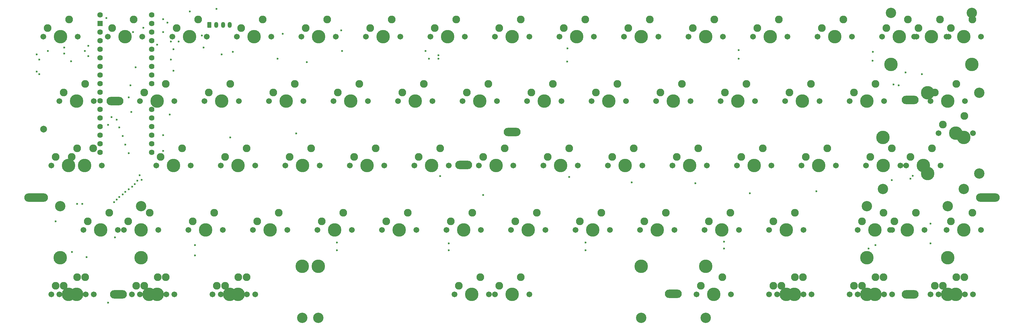
<source format=gbr>
%TF.GenerationSoftware,KiCad,Pcbnew,(6.0.7-1)-1*%
%TF.CreationDate,2022-08-16T21:09:04+02:00*%
%TF.ProjectId,plain60-flex-edition,706c6169-6e36-4302-9d66-6c65782d6564,rev?*%
%TF.SameCoordinates,Original*%
%TF.FileFunction,Soldermask,Top*%
%TF.FilePolarity,Negative*%
%FSLAX46Y46*%
G04 Gerber Fmt 4.6, Leading zero omitted, Abs format (unit mm)*
G04 Created by KiCad (PCBNEW (6.0.7-1)-1) date 2022-08-16 21:09:04*
%MOMM*%
%LPD*%
G01*
G04 APERTURE LIST*
G04 Aperture macros list*
%AMRoundRect*
0 Rectangle with rounded corners*
0 $1 Rounding radius*
0 $2 $3 $4 $5 $6 $7 $8 $9 X,Y pos of 4 corners*
0 Add a 4 corners polygon primitive as box body*
4,1,4,$2,$3,$4,$5,$6,$7,$8,$9,$2,$3,0*
0 Add four circle primitives for the rounded corners*
1,1,$1+$1,$2,$3*
1,1,$1+$1,$4,$5*
1,1,$1+$1,$6,$7*
1,1,$1+$1,$8,$9*
0 Add four rect primitives between the rounded corners*
20,1,$1+$1,$2,$3,$4,$5,0*
20,1,$1+$1,$4,$5,$6,$7,0*
20,1,$1+$1,$6,$7,$8,$9,0*
20,1,$1+$1,$8,$9,$2,$3,0*%
G04 Aperture macros list end*
%ADD10C,1.701800*%
%ADD11C,3.987800*%
%ADD12C,2.286000*%
%ADD13C,3.048000*%
%ADD14O,7.000000X2.500000*%
%ADD15O,5.000000X2.500000*%
%ADD16C,2.000000*%
%ADD17RoundRect,0.250000X-0.350000X-0.625000X0.350000X-0.625000X0.350000X0.625000X-0.350000X0.625000X0*%
%ADD18O,1.200000X1.750000*%
%ADD19C,1.625600*%
%ADD20RoundRect,0.025400X0.736600X0.736600X-0.736600X0.736600X-0.736600X-0.736600X0.736600X-0.736600X0*%
%ADD21C,0.600000*%
G04 APERTURE END LIST*
D10*
%TO.C,K19*%
X71120000Y-28575000D03*
X81280000Y-28575000D03*
D11*
X76200000Y-28575000D03*
D12*
X78740000Y-23495000D03*
X72390000Y-26035000D03*
%TD*%
D10*
%TO.C,K20*%
X90170000Y-28575000D03*
X100330000Y-28575000D03*
D11*
X95250000Y-28575000D03*
D12*
X97790000Y-23495000D03*
X91440000Y-26035000D03*
%TD*%
D10*
%TO.C,K23*%
X157480000Y-28575000D03*
X147320000Y-28575000D03*
D11*
X152400000Y-28575000D03*
D12*
X154940000Y-23495000D03*
X148590000Y-26035000D03*
%TD*%
D11*
%TO.C,K24*%
X171450000Y-28575000D03*
D10*
X176530000Y-28575000D03*
X166370000Y-28575000D03*
D12*
X173990000Y-23495000D03*
X167640000Y-26035000D03*
%TD*%
D11*
%TO.C,K17*%
X38100000Y-28575000D03*
D10*
X33020000Y-28575000D03*
X43180000Y-28575000D03*
D12*
X40640000Y-23495000D03*
X34290000Y-26035000D03*
%TD*%
D10*
%TO.C,K22*%
X128270000Y-28575000D03*
X138430000Y-28575000D03*
D11*
X133350000Y-28575000D03*
D12*
X135890000Y-23495000D03*
X129540000Y-26035000D03*
%TD*%
D11*
%TO.C,K21*%
X114300000Y-28575000D03*
D10*
X109220000Y-28575000D03*
X119380000Y-28575000D03*
D12*
X116840000Y-23495000D03*
X110490000Y-26035000D03*
%TD*%
D10*
%TO.C,K18*%
X52070000Y-28575000D03*
X62230000Y-28575000D03*
D11*
X57150000Y-28575000D03*
D12*
X59690000Y-23495000D03*
X53340000Y-26035000D03*
%TD*%
D11*
%TO.C,K16*%
X14287500Y-28575000D03*
D10*
X9207500Y-28575000D03*
X19367500Y-28575000D03*
D12*
X16827500Y-23495000D03*
X10477500Y-26035000D03*
%TD*%
D13*
%TO.C,K15*%
X254762000Y-2540000D03*
D11*
X266700000Y-9525000D03*
D13*
X278638000Y-2540000D03*
D10*
X261620000Y-9525000D03*
D11*
X278638000Y-17780000D03*
X254762000Y-17780000D03*
D10*
X271780000Y-9525000D03*
D12*
X269240000Y-4445000D03*
X262890000Y-6985000D03*
%TD*%
D10*
%TO.C,K8*%
X147955000Y-9525000D03*
X137795000Y-9525000D03*
D11*
X142875000Y-9525000D03*
D12*
X145415000Y-4445000D03*
X139065000Y-6985000D03*
%TD*%
D10*
%TO.C,K10*%
X186055000Y-9525000D03*
X175895000Y-9525000D03*
D11*
X180975000Y-9525000D03*
D12*
X183515000Y-4445000D03*
X177165000Y-6985000D03*
%TD*%
D11*
%TO.C,K14*%
X257175000Y-9525000D03*
D10*
X252095000Y-9525000D03*
X262255000Y-9525000D03*
D12*
X259715000Y-4445000D03*
X253365000Y-6985000D03*
%TD*%
D10*
%TO.C,K5*%
X80645000Y-9525000D03*
D11*
X85725000Y-9525000D03*
D10*
X90805000Y-9525000D03*
D12*
X88265000Y-4445000D03*
X81915000Y-6985000D03*
%TD*%
D10*
%TO.C,K13*%
X233045000Y-9525000D03*
D11*
X238125000Y-9525000D03*
D10*
X243205000Y-9525000D03*
D12*
X240665000Y-4445000D03*
X234315000Y-6985000D03*
%TD*%
D11*
%TO.C,K12*%
X219075000Y-9525000D03*
D10*
X224155000Y-9525000D03*
X213995000Y-9525000D03*
D12*
X221615000Y-4445000D03*
X215265000Y-6985000D03*
%TD*%
D10*
%TO.C,K11*%
X205105000Y-9525000D03*
D11*
X200025000Y-9525000D03*
D10*
X194945000Y-9525000D03*
D12*
X202565000Y-4445000D03*
X196215000Y-6985000D03*
%TD*%
D10*
%TO.C,K9*%
X167005000Y-9525000D03*
X156845000Y-9525000D03*
D11*
X161925000Y-9525000D03*
D12*
X164465000Y-4445000D03*
X158115000Y-6985000D03*
%TD*%
D10*
%TO.C,K7*%
X128905000Y-9525000D03*
D11*
X123825000Y-9525000D03*
D10*
X118745000Y-9525000D03*
D12*
X126365000Y-4445000D03*
X120015000Y-6985000D03*
%TD*%
D11*
%TO.C,K6*%
X104775000Y-9525000D03*
D10*
X99695000Y-9525000D03*
X109855000Y-9525000D03*
D12*
X107315000Y-4445000D03*
X100965000Y-6985000D03*
%TD*%
D10*
%TO.C,K4*%
X71755000Y-9525000D03*
D11*
X66675000Y-9525000D03*
D10*
X61595000Y-9525000D03*
D12*
X69215000Y-4445000D03*
X62865000Y-6985000D03*
%TD*%
D10*
%TO.C,K2*%
X33655000Y-9525000D03*
X23495000Y-9525000D03*
D11*
X28575000Y-9525000D03*
D12*
X31115000Y-4445000D03*
X24765000Y-6985000D03*
%TD*%
D11*
%TO.C,K1*%
X9525000Y-9525000D03*
D10*
X4445000Y-9525000D03*
X14605000Y-9525000D03*
D12*
X12065000Y-4445000D03*
X5715000Y-6985000D03*
%TD*%
D11*
%TO.C,K3*%
X47625000Y-9525000D03*
D10*
X42545000Y-9525000D03*
X52705000Y-9525000D03*
D12*
X50165000Y-4445000D03*
X43815000Y-6985000D03*
%TD*%
D10*
%TO.C,K62-1*%
X43180000Y-85725000D03*
D11*
X38100000Y-85725000D03*
D10*
X33020000Y-85725000D03*
D12*
X40640000Y-80645000D03*
X34290000Y-83185000D03*
%TD*%
D10*
%TO.C,K71*%
X197326250Y-85725000D03*
D11*
X202406250Y-85725000D03*
D10*
X207486250Y-85725000D03*
D12*
X204946250Y-80645000D03*
X198596250Y-83185000D03*
%TD*%
D10*
%TO.C,K53*%
X152717500Y-66675000D03*
X142557500Y-66675000D03*
D11*
X147637500Y-66675000D03*
D12*
X150177500Y-61595000D03*
X143827500Y-64135000D03*
%TD*%
D10*
%TO.C,K58-1*%
X244951460Y-66675056D03*
X255111460Y-66675056D03*
D11*
X250031460Y-66675056D03*
D12*
X252571460Y-61595056D03*
X246221460Y-64135056D03*
%TD*%
D11*
%TO.C,K57*%
X223837500Y-66675000D03*
D10*
X228917500Y-66675000D03*
X218757500Y-66675000D03*
D12*
X226377500Y-61595000D03*
X220027500Y-64135000D03*
%TD*%
D10*
%TO.C,K54*%
X171767500Y-66675000D03*
D11*
X166687500Y-66675000D03*
D10*
X161607500Y-66675000D03*
D12*
X169227500Y-61595000D03*
X162877500Y-64135000D03*
%TD*%
D10*
%TO.C,K56*%
X209867500Y-66675000D03*
D11*
X204787500Y-66675000D03*
D10*
X199707500Y-66675000D03*
D12*
X207327500Y-61595000D03*
X200977500Y-64135000D03*
%TD*%
D10*
%TO.C,K52*%
X123507500Y-66675000D03*
D11*
X128587500Y-66675000D03*
D10*
X133667500Y-66675000D03*
D12*
X131127500Y-61595000D03*
X124777500Y-64135000D03*
%TD*%
D10*
%TO.C,K55*%
X190817500Y-66675000D03*
D11*
X185737500Y-66675000D03*
D10*
X180657500Y-66675000D03*
D12*
X188277500Y-61595000D03*
X181927500Y-64135000D03*
%TD*%
D10*
%TO.C,K61-1*%
X19367500Y-85725000D03*
X9207500Y-85725000D03*
D11*
X14287500Y-85725000D03*
D12*
X16827500Y-80645000D03*
X10477500Y-83185000D03*
%TD*%
D11*
%TO.C,K15-1*%
X276225000Y-9525000D03*
D10*
X271145000Y-9525000D03*
X281305000Y-9525000D03*
D12*
X278765000Y-4445000D03*
X272415000Y-6985000D03*
%TD*%
D10*
%TO.C,K74*%
X268763750Y-85725072D03*
X278923750Y-85725072D03*
D11*
X273843750Y-85725072D03*
D12*
X276383750Y-80645072D03*
X270033750Y-83185072D03*
%TD*%
D10*
%TO.C,K73*%
X255111250Y-85725000D03*
D11*
X250031250Y-85725000D03*
D10*
X244951250Y-85725000D03*
D12*
X252571250Y-80645000D03*
X246221250Y-83185000D03*
%TD*%
D10*
%TO.C,K28*%
X252730000Y-28575000D03*
X242570000Y-28575000D03*
D11*
X247650000Y-28575000D03*
D12*
X250190000Y-23495000D03*
X243840000Y-26035000D03*
%TD*%
D10*
%TO.C,K48*%
X47307500Y-66675000D03*
D11*
X52387500Y-66675000D03*
D10*
X57467500Y-66675000D03*
D12*
X54927500Y-61595000D03*
X48577500Y-64135000D03*
%TD*%
D10*
%TO.C,K25*%
X195580000Y-28575000D03*
D11*
X190500000Y-28575000D03*
D10*
X185420000Y-28575000D03*
D12*
X193040000Y-23495000D03*
X186690000Y-26035000D03*
%TD*%
D10*
%TO.C,K36*%
X124142500Y-47625000D03*
D11*
X119062500Y-47625000D03*
D10*
X113982500Y-47625000D03*
D12*
X121602500Y-42545000D03*
X115252500Y-45085000D03*
%TD*%
D10*
%TO.C,K33*%
X66992500Y-47625000D03*
X56832500Y-47625000D03*
D11*
X61912500Y-47625000D03*
D12*
X64452500Y-42545000D03*
X58102500Y-45085000D03*
%TD*%
D10*
%TO.C,K63*%
X54451250Y-85725000D03*
X64611250Y-85725000D03*
D11*
X59531250Y-85725000D03*
D12*
X62071250Y-80645000D03*
X55721250Y-83185000D03*
%TD*%
D13*
%TO.C,K44*%
X252380750Y-54610000D03*
D10*
X269398750Y-47625000D03*
D11*
X276256750Y-39370000D03*
D13*
X276256750Y-54610000D03*
D11*
X264318750Y-47625000D03*
D10*
X259238750Y-47625000D03*
D11*
X252380750Y-39370000D03*
D12*
X266858750Y-42545000D03*
X260508750Y-45085000D03*
%TD*%
D10*
%TO.C,K72*%
X231298750Y-85725000D03*
X221138750Y-85725000D03*
D11*
X226218750Y-85725000D03*
D12*
X228758750Y-80645000D03*
X222408750Y-83185000D03*
%TD*%
D10*
%TO.C,K59*%
X271145000Y-66675000D03*
D11*
X276225000Y-66675000D03*
D10*
X281305000Y-66675000D03*
D12*
X278765000Y-61595000D03*
X272415000Y-64135000D03*
%TD*%
D10*
%TO.C,K39*%
X171132500Y-47625000D03*
X181292500Y-47625000D03*
D11*
X176212500Y-47625000D03*
D12*
X178752500Y-42545000D03*
X172402500Y-45085000D03*
%TD*%
D10*
%TO.C,K61*%
X16986250Y-85725000D03*
D11*
X11906250Y-85725000D03*
D10*
X6826250Y-85725000D03*
D12*
X14446250Y-80645000D03*
X8096250Y-83185000D03*
%TD*%
D11*
%TO.C,K29*%
X271462500Y-28575000D03*
D10*
X266382500Y-28575000D03*
X276542500Y-28575000D03*
D12*
X274002500Y-23495000D03*
X267652500Y-26035000D03*
%TD*%
D10*
%TO.C,K27*%
X223520000Y-28575000D03*
X233680000Y-28575000D03*
D11*
X228600000Y-28575000D03*
D12*
X231140000Y-23495000D03*
X224790000Y-26035000D03*
%TD*%
D10*
%TO.C,K63-1*%
X56832500Y-85725000D03*
D11*
X61912500Y-85725000D03*
D10*
X66992500Y-85725000D03*
D12*
X64452500Y-80645000D03*
X58102500Y-83185000D03*
%TD*%
D10*
%TO.C,K50*%
X85407500Y-66675000D03*
X95567500Y-66675000D03*
D11*
X90487500Y-66675000D03*
D12*
X93027500Y-61595000D03*
X86677500Y-64135000D03*
%TD*%
D10*
%TO.C,K34*%
X86042500Y-47625000D03*
X75882500Y-47625000D03*
D11*
X80962500Y-47625000D03*
D12*
X83502500Y-42545000D03*
X77152500Y-45085000D03*
%TD*%
D11*
%TO.C,K47*%
X33337500Y-66675000D03*
D10*
X38417500Y-66675000D03*
X28257500Y-66675000D03*
D12*
X35877500Y-61595000D03*
X29527500Y-64135000D03*
%TD*%
D11*
%TO.C,K43*%
X252412500Y-47625000D03*
D10*
X257492500Y-47625000D03*
X247332500Y-47625000D03*
D12*
X254952500Y-42545000D03*
X248602500Y-45085000D03*
%TD*%
D11*
%TO.C,K38*%
X157162500Y-47625000D03*
D10*
X162242500Y-47625000D03*
X152082500Y-47625000D03*
D12*
X159702500Y-42545000D03*
X153352500Y-45085000D03*
%TD*%
D10*
%TO.C,K35*%
X94932500Y-47625000D03*
D11*
X100012500Y-47625000D03*
D10*
X105092500Y-47625000D03*
D12*
X102552500Y-42545000D03*
X96202500Y-45085000D03*
%TD*%
D10*
%TO.C,K32*%
X21748750Y-47625000D03*
D11*
X16668750Y-47625000D03*
D10*
X11588750Y-47625000D03*
D12*
X19208750Y-42545000D03*
X12858750Y-45085000D03*
%TD*%
D10*
%TO.C,K40*%
X190182500Y-47625000D03*
D11*
X195262500Y-47625000D03*
D10*
X200342500Y-47625000D03*
D12*
X197802500Y-42545000D03*
X191452500Y-45085000D03*
%TD*%
D13*
%TO.C,K46*%
X33369250Y-59690000D03*
D11*
X33369250Y-74930000D03*
D13*
X9493250Y-59690000D03*
D10*
X16351250Y-66675000D03*
D11*
X21431250Y-66675000D03*
D10*
X26511250Y-66675000D03*
D11*
X9493250Y-74930000D03*
D12*
X23971250Y-61595000D03*
X17621250Y-64135000D03*
%TD*%
D10*
%TO.C,K42*%
X228282500Y-47625000D03*
X238442500Y-47625000D03*
D11*
X233362500Y-47625000D03*
D12*
X235902500Y-42545000D03*
X229552500Y-45085000D03*
%TD*%
D11*
%TO.C,K41*%
X214312500Y-47625000D03*
D10*
X209232500Y-47625000D03*
X219392500Y-47625000D03*
D12*
X216852500Y-42545000D03*
X210502500Y-45085000D03*
%TD*%
D10*
%TO.C,K26*%
X204470000Y-28575000D03*
D11*
X209550000Y-28575000D03*
D10*
X214630000Y-28575000D03*
D12*
X212090000Y-23495000D03*
X205740000Y-26035000D03*
%TD*%
D10*
%TO.C,K37*%
X143192500Y-47625000D03*
X133032500Y-47625000D03*
D11*
X138112500Y-47625000D03*
D12*
X140652500Y-42545000D03*
X134302500Y-45085000D03*
%TD*%
D11*
%TO.C,K51*%
X109537500Y-66675000D03*
D10*
X114617500Y-66675000D03*
X104457500Y-66675000D03*
D12*
X112077500Y-61595000D03*
X105727500Y-64135000D03*
%TD*%
D10*
%TO.C,K73-1*%
X242570000Y-85725000D03*
X252730000Y-85725000D03*
D11*
X247650000Y-85725000D03*
D12*
X250190000Y-80645000D03*
X243840000Y-83185000D03*
%TD*%
D11*
%TO.C,K62*%
X35718750Y-85725000D03*
D10*
X40798750Y-85725000D03*
X30638750Y-85725000D03*
D12*
X38258750Y-80645000D03*
X31908750Y-83185000D03*
%TD*%
D10*
%TO.C,K49*%
X66357500Y-66675000D03*
D11*
X71437500Y-66675000D03*
D10*
X76517500Y-66675000D03*
D12*
X73977500Y-61595000D03*
X67627500Y-64135000D03*
%TD*%
D10*
%TO.C,K72-1*%
X218757500Y-85725000D03*
X228917500Y-85725000D03*
D11*
X223837500Y-85725000D03*
D12*
X226377500Y-80645000D03*
X220027500Y-83185000D03*
%TD*%
D10*
%TO.C,K74-1*%
X276542728Y-85725072D03*
D11*
X271462728Y-85725072D03*
D10*
X266382728Y-85725072D03*
D12*
X274002728Y-80645072D03*
X267652728Y-83185072D03*
%TD*%
D14*
%TO.C,S5*%
X283368988Y-57125000D03*
%TD*%
D11*
%TO.C,K58*%
X247618468Y-74930000D03*
X271494468Y-74930000D03*
D13*
X271494468Y-59690000D03*
D10*
X264636468Y-66675000D03*
X254476468Y-66675000D03*
D11*
X259556468Y-66675000D03*
D13*
X247618468Y-59690000D03*
D12*
X262096468Y-61595000D03*
X255746468Y-64135000D03*
%TD*%
D13*
%TO.C,K67*%
X181006750Y-92710000D03*
X80930750Y-92710000D03*
D10*
X136048750Y-85725000D03*
X125888750Y-85725000D03*
D11*
X181006750Y-77470000D03*
X80930750Y-77470000D03*
X130968750Y-85725000D03*
D12*
X133508750Y-80645000D03*
X127158750Y-83185000D03*
%TD*%
D15*
%TO.C,S8*%
X26625000Y-85725072D03*
%TD*%
%TO.C,S7*%
X142875000Y-37750000D03*
%TD*%
%TO.C,S9*%
X260430000Y-85725072D03*
%TD*%
%TO.C,S2*%
X260425000Y-28227050D03*
%TD*%
%TO.C,S1*%
X25600000Y-28575024D03*
%TD*%
%TO.C,S3*%
X128587608Y-47425040D03*
%TD*%
%TO.C,S6*%
X190500160Y-85525000D03*
%TD*%
D11*
%TO.C,K67-1*%
X85693250Y-77470000D03*
D13*
X85693250Y-92710000D03*
X200056750Y-92710000D03*
D10*
X147955000Y-85725000D03*
D11*
X142875000Y-85725000D03*
D10*
X137795000Y-85725000D03*
D11*
X200056750Y-77470000D03*
D12*
X145415000Y-80645000D03*
X139065000Y-83185000D03*
%TD*%
D10*
%TO.C,K44-1*%
X268763980Y-38100000D03*
D11*
X273843980Y-38100000D03*
D13*
X280828980Y-26162000D03*
D10*
X278923980Y-38100000D03*
D11*
X265588980Y-26162000D03*
X265588980Y-50038000D03*
D13*
X280828980Y-50038000D03*
D12*
X276383980Y-33020000D03*
X270033980Y-35560000D03*
%TD*%
D10*
%TO.C,K31-1*%
X16986250Y-47625000D03*
X6826250Y-47625000D03*
D11*
X11906250Y-47625000D03*
D12*
X14446250Y-42545000D03*
X8096250Y-45085000D03*
%TD*%
D11*
%TO.C,K31*%
X42862500Y-47625000D03*
D10*
X37782500Y-47625000D03*
X47942500Y-47625000D03*
D12*
X45402500Y-42545000D03*
X39052500Y-45085000D03*
%TD*%
D14*
%TO.C,S4*%
X2381252Y-57125000D03*
%TD*%
D16*
%TO.C,H1*%
X4524382Y-36909406D03*
%TD*%
D17*
%TO.C,J1*%
X53518574Y-6018077D03*
D18*
X55518574Y-6018077D03*
X57518574Y-6018077D03*
X59518574Y-6018077D03*
%TD*%
D19*
%TO.C,U1*%
X21238287Y-3080061D03*
D20*
X21238287Y-5620061D03*
D19*
X21238287Y-8160061D03*
X21238287Y-10700061D03*
X21238287Y-13240061D03*
X21238287Y-15780061D03*
X21238287Y-18320061D03*
X21238287Y-20860061D03*
X21238287Y-23400061D03*
X21238287Y-25940061D03*
X21238287Y-28480061D03*
X21238287Y-31020061D03*
X21238287Y-33560061D03*
X21238287Y-36100061D03*
X21238287Y-38640061D03*
X21238287Y-41180061D03*
X21238287Y-43720061D03*
X36478287Y-43720061D03*
X36478287Y-41180061D03*
X36478287Y-38640061D03*
X36478287Y-36100061D03*
X36478287Y-33560061D03*
X36478287Y-31020061D03*
X36478287Y-23400061D03*
X36478287Y-20860061D03*
X36478287Y-18320061D03*
X36478287Y-15780061D03*
X36478287Y-13240061D03*
X36478287Y-10700061D03*
X36478287Y-8160061D03*
X36478287Y-5620061D03*
X36478287Y-3080061D03*
%TD*%
D21*
X47761287Y-2064061D03*
X12963287Y-73184061D03*
X42173287Y-16288061D03*
X75193287Y-8668061D03*
X82305287Y-17050061D03*
X259089287Y-20098061D03*
X14487287Y-58960061D03*
X42173287Y-10954061D03*
X118373287Y-16034061D03*
X255533287Y-23654061D03*
X44459287Y-10954061D03*
X121167287Y-16034061D03*
X17789287Y-12224061D03*
X17789287Y-15272061D03*
X38109406Y-11915634D03*
X12709287Y-16796061D03*
X39887287Y-8160061D03*
X39887287Y-4350061D03*
X41157287Y-5366061D03*
X41781787Y-32544061D03*
X32901715Y-50545741D03*
X30997287Y-8160061D03*
X24647287Y-33306061D03*
X25663287Y-68866061D03*
X23631287Y-88170061D03*
X23631287Y-35592061D03*
X117357287Y-13748061D03*
X23062698Y-4035472D03*
X51825287Y-12732061D03*
X92719287Y-13748061D03*
X2549287Y-19844061D03*
X2549287Y-14764061D03*
X49285287Y-74200061D03*
X92465287Y-7652061D03*
X10677287Y-14510061D03*
X121167287Y-15018061D03*
X10677287Y-12732061D03*
X49285287Y-71152061D03*
X55635287Y-1302061D03*
X51317287Y-9176061D03*
X5851287Y-13748061D03*
X16773287Y-13748061D03*
X8096250Y-64135000D03*
X34045287Y-6890061D03*
X59690000Y-39319845D03*
X39830598Y-43328561D03*
X79117081Y-38159580D03*
X39830598Y-38691673D03*
X73669287Y-16034061D03*
X33537287Y-51848061D03*
X121602500Y-50760253D03*
X31759287Y-18574061D03*
X25409287Y-58452061D03*
X134302500Y-56316497D03*
X30235287Y-23908061D03*
X159702500Y-51038302D03*
X32267287Y-52102061D03*
X31505287Y-53118061D03*
X178216771Y-52605728D03*
X29727287Y-27464061D03*
X196969123Y-52903377D03*
X30489287Y-31782061D03*
X30743287Y-53880061D03*
X26171287Y-34068061D03*
X213042566Y-55879934D03*
X26171287Y-57690061D03*
X232687887Y-55284613D03*
X26933287Y-36354061D03*
X26933287Y-56928061D03*
X27949287Y-38894061D03*
X27949287Y-56166061D03*
X254952500Y-51950767D03*
X28711287Y-55404061D03*
X260508750Y-51553887D03*
X28711287Y-41434061D03*
X29727287Y-54642061D03*
X261133750Y-50640666D03*
X29727287Y-43974061D03*
X42935287Y-13240061D03*
X42935287Y-19590061D03*
X3311287Y-16288061D03*
X3311287Y-20606061D03*
X57159287Y-14764061D03*
X60461287Y-14002061D03*
X159267287Y-12986061D03*
X159191287Y-16872061D03*
X209813287Y-16034061D03*
X209813287Y-13494061D03*
X249437287Y-14002061D03*
X249361287Y-16618061D03*
X257057287Y-23908061D03*
X263915287Y-20606061D03*
X266455287Y-70644061D03*
X266455287Y-64802061D03*
X250199287Y-71152061D03*
X248167287Y-72168061D03*
X205495287Y-70136061D03*
X205495287Y-72168061D03*
X164601287Y-70390061D03*
X164601287Y-72676061D03*
X124215287Y-72676061D03*
X124215287Y-70644061D03*
X91195287Y-70390061D03*
X91195287Y-72676061D03*
X16011287Y-58960061D03*
X17281287Y-74708061D03*
M02*

</source>
